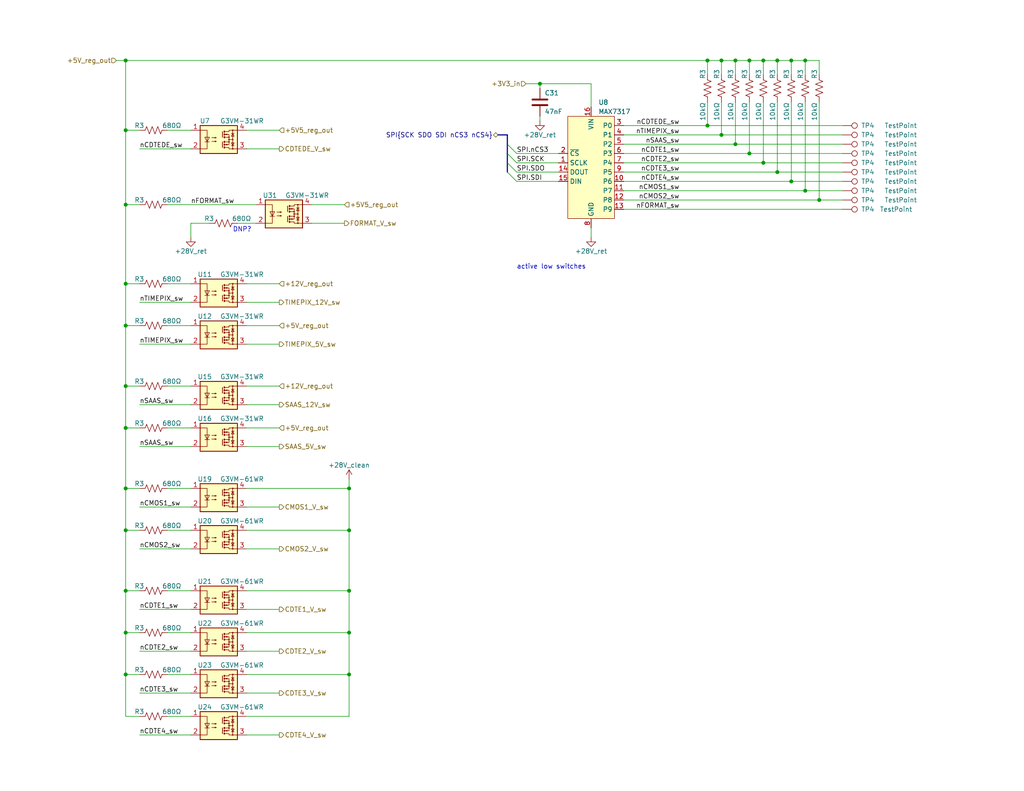
<source format=kicad_sch>
(kicad_sch (version 20230121) (generator eeschema)
  (paper "USLetter")
  (title_block (title "FOXSI-4 Power") (date "2023-05-31") (rev "2") (company "University of Minnesota"))
  (lib_symbols
    (symbol "Connector:TestPoint" (pin_numbers hide) (pin_names (offset 0.762) hide)
      (property "Reference" "TP" (at 0 6.858 0))
      (property "Value" "TestPoint" (at 0 5.08 0))
      (symbol "TestPoint_0_1"
        (circle (center 0 3.302) (radius 0.762))
      )
      (symbol "TestPoint_1_1"
        (pin passive line (at 0 0 90) (length 2.54) (name "1") (number "1"))
      )
    )
    (symbol "Device:C" (pin_numbers hide) (pin_names (offset 0.254))
      (property "Reference" "C" (at 0.635 2.54 0))
      (property "Value" "C" (at 0.635 -2.54 0))
      (symbol "C_0_1"
        (polyline (pts (xy -2.032 -0.762) (xy 2.032 -0.762)) (stroke (width 0.508)))
        (polyline (pts (xy -2.032 0.762) (xy 2.032 0.762)) (stroke (width 0.508)))
      )
      (symbol "C_1_1"
        (pin passive line (at 0 3.81 270) (length 2.794) (name "~") (number "1"))
        (pin passive line (at 0 -3.81 90) (length 2.794) (name "~") (number "2"))
      )
    )
    (symbol "Device:R_US" (pin_numbers hide) (pin_names (offset 0))
      (property "Reference" "R" (at 2.54 0 90))
      (property "Value" "R_US" (at -2.54 0 90))
      (symbol "R_US_0_1"
        (polyline (pts (xy 0 -2.286) (xy 0 -2.54)))
        (polyline (pts (xy 0 2.286) (xy 0 2.54)))
        (polyline (pts (xy 0 -0.762) (xy 1.016 -1.143) (xy 0 -1.524) (xy -1.016 -1.905) (xy 0 -2.286)))
        (polyline (pts (xy 0 0.762) (xy 1.016 0.381) (xy 0 0) (xy -1.016 -0.381) (xy 0 -0.762)))
        (polyline (pts (xy 0 2.286) (xy 1.016 1.905) (xy 0 1.524) (xy -1.016 1.143) (xy 0 0.762)))
      )
      (symbol "R_US_1_1"
        (pin passive line (at 0 3.81 270) (length 1.27) (name "~") (number "1"))
        (pin passive line (at 0 -3.81 90) (length 1.27) (name "~") (number "2"))
      )
    )
    (symbol "Interface_Expansion:MAX7317AEE"
      (property "Reference" "U" (at 2.54 15.24 0))
      (property "Value" "MAX7317" (at 0 0 0))
      (symbol "MAX7317AEE_1_1"
        (rectangle (start -6.35 13.97) (end 6.35 -13.97) (fill (type background)))
        (pin passive line (at -8.89 1.27 0) (length 2.54) (name "SCLK") (number "1"))
        (pin passive line (at 8.89 -3.81 180) (length 2.54) (name "P6") (number "10"))
        (pin passive line (at 8.89 -6.35 180) (length 2.54) (name "P7") (number "11"))
        (pin passive line (at 8.89 -8.89 180) (length 2.54) (name "P8") (number "12"))
        (pin passive line (at 8.89 -11.43 180) (length 2.54) (name "P9") (number "13"))
        (pin passive line (at -8.89 -1.27 0) (length 2.54) (name "DOUT") (number "14"))
        (pin passive line (at -8.89 -3.81 0) (length 2.54) (name "DIN") (number "15"))
        (pin passive line (at 0 16.51 270) (length 2.54) (name "VIN") (number "16"))
        (pin passive line (at -8.89 3.81 0) (length 2.54) (name "~{CS}") (number "2"))
        (pin passive line (at 8.89 11.43 180) (length 2.54) (name "P0") (number "3"))
        (pin passive line (at 8.89 8.89 180) (length 2.54) (name "P1") (number "4"))
        (pin passive line (at 8.89 6.35 180) (length 2.54) (name "P2") (number "5"))
        (pin passive line (at 8.89 3.81 180) (length 2.54) (name "P3") (number "6"))
        (pin passive line (at 8.89 1.27 180) (length 2.54) (name "P4") (number "7"))
        (pin passive line (at 0 -16.51 90) (length 2.54) (name "GND") (number "8"))
        (pin passive line (at 8.89 -1.27 180) (length 2.54) (name "P5") (number "9"))
      )
    )
    (symbol "Relay_SolidState:G3VM-X1WR"
      (property "Reference" "U" (at -5.08 5.08 0))
      (property "Value" "G3VM-X1WR" (at 0 5.08 0))
      (symbol "G3VM-X1WR_0_1"
        (rectangle (start -5.08 3.81) (end 5.08 -3.81) (stroke (width 0.254)) (fill (type background)))
        (polyline (pts (xy -3.81 -0.635) (xy -2.54 -0.635)))
        (polyline (pts (xy 1.016 -0.635) (xy 1.016 -2.159)) (stroke (width 0.2032)))
        (polyline (pts (xy 1.016 2.159) (xy 1.016 0.635)) (stroke (width 0.2032)))
        (polyline (pts (xy 1.524 -0.508) (xy 1.524 -0.762)) (stroke (width 0.3556)))
        (polyline (pts (xy 2.794 0) (xy 3.81 0)))
        (polyline (pts (xy 3.429 -1.651) (xy 4.191 -1.651)))
        (polyline (pts (xy 3.429 1.651) (xy 4.191 1.651)))
        (polyline (pts (xy 3.81 -2.54) (xy 3.81 2.54)))
        (polyline (pts (xy 1.524 -2.032) (xy 1.524 -2.286) (xy 1.524 -2.286)) (stroke (width 0.3556)))
        (polyline (pts (xy 1.524 -1.27) (xy 1.524 -1.524) (xy 1.524 -1.524)) (stroke (width 0.3556)))
        (polyline (pts (xy 1.524 0.762) (xy 1.524 0.508) (xy 1.524 0.508)) (stroke (width 0.3556)))
        (polyline (pts (xy 1.524 1.524) (xy 1.524 1.27) (xy 1.524 1.27)) (stroke (width 0.3556)))
        (polyline (pts (xy 1.524 2.286) (xy 1.524 2.032) (xy 1.524 2.032)) (stroke (width 0.3556)))
        (polyline (pts (xy 1.651 -1.397) (xy 2.794 -1.397) (xy 2.794 -0.635)))
        (polyline (pts (xy 1.651 1.397) (xy 2.794 1.397) (xy 2.794 0.635)))
        (polyline (pts (xy -5.08 2.54) (xy -3.175 2.54) (xy -3.175 -2.54) (xy -5.08 -2.54)))
        (polyline (pts (xy -3.175 -0.635) (xy -3.81 0.635) (xy -2.54 0.635) (xy -3.175 -0.635)))
        (polyline (pts (xy 1.651 -2.159) (xy 2.794 -2.159) (xy 2.794 -2.54) (xy 5.08 -2.54)))
        (polyline (pts (xy 1.651 -0.635) (xy 2.794 -0.635) (xy 2.794 0.635) (xy 1.651 0.635)))
        (polyline (pts (xy 1.651 2.159) (xy 2.794 2.159) (xy 2.794 2.54) (xy 5.08 2.54)))
        (polyline (pts (xy 1.778 -1.397) (xy 2.286 -1.27) (xy 2.286 -1.524) (xy 1.778 -1.397)))
        (polyline (pts (xy 1.778 1.397) (xy 2.286 1.524) (xy 2.286 1.27) (xy 1.778 1.397)))
        (polyline (pts (xy 3.81 -1.651) (xy 3.429 -0.889) (xy 4.191 -0.889) (xy 3.81 -1.651)))
        (polyline (pts (xy 3.81 1.651) (xy 3.429 0.889) (xy 4.191 0.889) (xy 3.81 1.651)))
        (polyline (pts (xy -1.905 -0.508) (xy -0.635 -0.508) (xy -1.016 -0.635) (xy -1.016 -0.381) (xy -0.635 -0.508)))
        (polyline (pts (xy -1.905 0.508) (xy -0.635 0.508) (xy -1.016 0.381) (xy -1.016 0.635) (xy -0.635 0.508)))
        (circle (center 2.794 -0.635) (radius 0.127))
        (circle (center 2.794 0) (radius 0.127))
        (circle (center 2.794 0.635) (radius 0.127))
        (circle (center 3.81 -2.54) (radius 0.127))
        (circle (center 3.81 0) (radius 0.127))
        (circle (center 3.81 2.54) (radius 0.127))
      )
      (symbol "G3VM-X1WR_1_1"
        (pin passive line (at -7.62 2.54 0) (length 2.54) (name "~") (number "1"))
        (pin passive line (at -7.62 -2.54 0) (length 2.54) (name "~") (number "2"))
        (pin passive line (at 7.62 -2.54 180) (length 2.54) (name "~") (number "3"))
        (pin passive line (at 7.62 2.54 180) (length 2.54) (name "~") (number "4"))
      )
    )
    (symbol "power:+28V_clean" (power) (pin_names (offset 0))
      (property "Value" "+28V_clean" (at 0 3.556 0))
      (symbol "+28V_clean_0_1"
        (polyline (pts (xy -0.762 1.27) (xy 0 2.54)))
        (polyline (pts (xy 0 0) (xy 0 2.54)))
        (polyline (pts (xy 0 2.54) (xy 0.762 1.27)))
      )
      (symbol "+28V_clean_1_1"
        (pin power_in line (at 0 0 90) (length 0) hide (name "+28V_clean") (number "1"))
      )
    )
    (symbol "power:+28V_ret" (power) (pin_names (offset 0))
      (property "Value" "+28V_ret" (at 0 -3.81 0))
      (symbol "+28V_ret_0_1"
        (polyline (pts (xy 0 0) (xy 0 -1.27) (xy 1.27 -1.27) (xy 0 -2.54) (xy -1.27 -1.27) (xy 0 -1.27)))
      )
      (symbol "+28V_ret_1_1"
        (pin power_in line (at 0 0 270) (length 0) hide (name "+28V_ret") (number "1"))
      )
    )
  )
  (junction (at 147.32 22.86))
  (junction (at 34.29 161.29))
  (junction (at 196.85 36.83))
  (junction (at 34.29 55.88))
  (junction (at 219.71 16.51))
  (junction (at 95.25 161.29))
  (junction (at 208.28 16.51))
  (junction (at 212.09 46.99))
  (junction (at 34.29 184.15))
  (junction (at 34.29 172.72))
  (junction (at 34.29 144.78))
  (junction (at 34.29 16.51))
  (junction (at 95.25 172.72))
  (junction (at 34.29 133.35))
  (junction (at 219.71 52.07))
  (junction (at 204.47 16.51))
  (junction (at 204.47 41.91))
  (junction (at 215.9 16.51))
  (junction (at 95.25 133.35))
  (junction (at 34.29 77.47))
  (junction (at 95.25 144.78))
  (junction (at 212.09 16.51))
  (junction (at 193.04 34.29))
  (junction (at 34.29 88.9))
  (junction (at 34.29 116.84))
  (junction (at 95.25 184.15))
  (junction (at 196.85 16.51))
  (junction (at 193.04 16.51))
  (junction (at 223.52 54.61))
  (junction (at 215.9 49.53))
  (junction (at 200.66 39.37))
  (junction (at 34.29 105.41))
  (junction (at 34.29 35.56))
  (junction (at 200.66 16.51))
  (junction (at 208.28 44.45))
  (bus_entry (at 138.43 39.37) (size 2.54 2.54))
  (bus_entry (at 138.43 44.45) (size 2.54 2.54))
  (bus_entry (at 138.43 46.99) (size 2.54 2.54))
  (bus_entry (at 138.43 41.91) (size 2.54 2.54))
  (wire (pts (xy 67.31 35.56) (xy 76.2 35.56)))
  (wire (pts (xy 34.29 35.56) (xy 38.1 35.56)))
  (wire (pts (xy 95.25 144.78) (xy 95.25 161.29)))
  (wire (pts (xy 34.29 144.78) (xy 38.1 144.78)))
  (wire (pts (xy 34.29 184.15) (xy 34.29 195.58)))
  (wire (pts (xy 95.25 130.81) (xy 95.25 133.35)))
  (wire (pts (xy 170.18 44.45) (xy 208.28 44.45)))
  (wire (pts (xy 147.32 22.86) (xy 147.32 24.13)))
  (wire (pts (xy 38.1 177.8) (xy 52.07 177.8)))
  (wire (pts (xy 45.72 55.88) (xy 69.85 55.88)))
  (wire (pts (xy 34.29 55.88) (xy 34.29 77.47)))
  (wire (pts (xy 95.25 184.15) (xy 95.25 195.58)))
  (wire (pts (xy 34.29 116.84) (xy 38.1 116.84)))
  (bus (pts (xy 138.43 41.91) (xy 138.43 39.37)))
  (wire (pts (xy 223.52 54.61) (xy 229.87 54.61)))
  (wire (pts (xy 223.52 27.94) (xy 223.52 54.61)))
  (wire (pts (xy 31.75 16.51) (xy 34.29 16.51)))
  (wire (pts (xy 38.1 200.66) (xy 52.07 200.66)))
  (wire (pts (xy 45.72 77.47) (xy 52.07 77.47)))
  (wire (pts (xy 170.18 52.07) (xy 219.71 52.07)))
  (wire (pts (xy 204.47 41.91) (xy 229.87 41.91)))
  (wire (pts (xy 34.29 172.72) (xy 38.1 172.72)))
  (wire (pts (xy 223.52 20.32) (xy 223.52 16.51)))
  (wire (pts (xy 34.29 184.15) (xy 38.1 184.15)))
  (wire (pts (xy 67.31 121.92) (xy 76.2 121.92)))
  (wire (pts (xy 34.29 116.84) (xy 34.29 133.35)))
  (wire (pts (xy 45.72 88.9) (xy 52.07 88.9)))
  (wire (pts (xy 34.29 88.9) (xy 38.1 88.9)))
  (wire (pts (xy 45.72 144.78) (xy 52.07 144.78)))
  (wire (pts (xy 204.47 27.94) (xy 204.47 41.91)))
  (wire (pts (xy 67.31 133.35) (xy 95.25 133.35)))
  (wire (pts (xy 67.31 93.98) (xy 76.2 93.98)))
  (wire (pts (xy 161.29 22.86) (xy 161.29 29.21)))
  (wire (pts (xy 140.97 44.45) (xy 152.4 44.45)))
  (wire (pts (xy 38.1 40.64) (xy 52.07 40.64)))
  (bus (pts (xy 138.43 46.99) (xy 138.43 44.45)))
  (wire (pts (xy 34.29 16.51) (xy 34.29 35.56)))
  (wire (pts (xy 215.9 27.94) (xy 215.9 49.53)))
  (wire (pts (xy 215.9 16.51) (xy 215.9 20.32)))
  (wire (pts (xy 67.31 166.37) (xy 76.2 166.37)))
  (wire (pts (xy 85.09 60.96) (xy 93.98 60.96)))
  (wire (pts (xy 208.28 27.94) (xy 208.28 44.45)))
  (wire (pts (xy 170.18 57.15) (xy 229.87 57.15)))
  (wire (pts (xy 204.47 16.51) (xy 200.66 16.51)))
  (wire (pts (xy 34.29 133.35) (xy 38.1 133.35)))
  (wire (pts (xy 34.29 172.72) (xy 34.29 184.15)))
  (wire (pts (xy 45.72 184.15) (xy 52.07 184.15)))
  (wire (pts (xy 223.52 16.51) (xy 219.71 16.51)))
  (wire (pts (xy 95.25 172.72) (xy 95.25 184.15)))
  (wire (pts (xy 212.09 46.99) (xy 229.87 46.99)))
  (wire (pts (xy 215.9 49.53) (xy 229.87 49.53)))
  (wire (pts (xy 161.29 62.23) (xy 161.29 64.77)))
  (wire (pts (xy 34.29 77.47) (xy 38.1 77.47)))
  (wire (pts (xy 200.66 16.51) (xy 200.66 20.32)))
  (wire (pts (xy 196.85 27.94) (xy 196.85 36.83)))
  (wire (pts (xy 34.29 161.29) (xy 34.29 172.72)))
  (wire (pts (xy 170.18 54.61) (xy 223.52 54.61)))
  (wire (pts (xy 219.71 52.07) (xy 229.87 52.07)))
  (wire (pts (xy 67.31 144.78) (xy 95.25 144.78)))
  (wire (pts (xy 204.47 16.51) (xy 204.47 20.32)))
  (wire (pts (xy 219.71 27.94) (xy 219.71 52.07)))
  (wire (pts (xy 170.18 49.53) (xy 215.9 49.53)))
  (wire (pts (xy 170.18 34.29) (xy 193.04 34.29)))
  (wire (pts (xy 45.72 195.58) (xy 52.07 195.58)))
  (wire (pts (xy 45.72 161.29) (xy 52.07 161.29)))
  (wire (pts (xy 219.71 16.51) (xy 215.9 16.51)))
  (wire (pts (xy 95.25 133.35) (xy 95.25 144.78)))
  (wire (pts (xy 34.29 195.58) (xy 38.1 195.58)))
  (wire (pts (xy 170.18 46.99) (xy 212.09 46.99)))
  (wire (pts (xy 147.32 31.75) (xy 147.32 33.02)))
  (wire (pts (xy 215.9 16.51) (xy 212.09 16.51)))
  (wire (pts (xy 34.29 144.78) (xy 34.29 161.29)))
  (wire (pts (xy 45.72 116.84) (xy 52.07 116.84)))
  (wire (pts (xy 34.29 35.56) (xy 34.29 55.88)))
  (wire (pts (xy 38.1 110.49) (xy 52.07 110.49)))
  (wire (pts (xy 212.09 16.51) (xy 208.28 16.51)))
  (wire (pts (xy 193.04 34.29) (xy 229.87 34.29)))
  (wire (pts (xy 34.29 105.41) (xy 34.29 116.84)))
  (wire (pts (xy 34.29 55.88) (xy 38.1 55.88)))
  (wire (pts (xy 67.31 105.41) (xy 76.2 105.41)))
  (wire (pts (xy 85.09 55.88) (xy 93.98 55.88)))
  (wire (pts (xy 38.1 189.23) (xy 52.07 189.23)))
  (wire (pts (xy 38.1 149.86) (xy 52.07 149.86)))
  (wire (pts (xy 196.85 36.83) (xy 229.87 36.83)))
  (wire (pts (xy 67.31 40.64) (xy 76.2 40.64)))
  (wire (pts (xy 200.66 27.94) (xy 200.66 39.37)))
  (wire (pts (xy 38.1 82.55) (xy 52.07 82.55)))
  (wire (pts (xy 45.72 172.72) (xy 52.07 172.72)))
  (wire (pts (xy 34.29 77.47) (xy 34.29 88.9)))
  (wire (pts (xy 45.72 35.56) (xy 52.07 35.56)))
  (wire (pts (xy 67.31 189.23) (xy 76.2 189.23)))
  (wire (pts (xy 208.28 44.45) (xy 229.87 44.45)))
  (wire (pts (xy 38.1 93.98) (xy 52.07 93.98)))
  (wire (pts (xy 219.71 16.51) (xy 219.71 20.32)))
  (wire (pts (xy 34.29 133.35) (xy 34.29 144.78)))
  (bus (pts (xy 135.89 36.83) (xy 138.43 36.83)))
  (wire (pts (xy 67.31 177.8) (xy 76.2 177.8)))
  (wire (pts (xy 200.66 39.37) (xy 229.87 39.37)))
  (wire (pts (xy 170.18 41.91) (xy 204.47 41.91)))
  (wire (pts (xy 140.97 46.99) (xy 152.4 46.99)))
  (wire (pts (xy 196.85 16.51) (xy 196.85 20.32)))
  (wire (pts (xy 34.29 88.9) (xy 34.29 105.41)))
  (wire (pts (xy 67.31 172.72) (xy 95.25 172.72)))
  (wire (pts (xy 170.18 36.83) (xy 196.85 36.83)))
  (wire (pts (xy 38.1 166.37) (xy 52.07 166.37)))
  (wire (pts (xy 147.32 22.86) (xy 161.29 22.86)))
  (bus (pts (xy 138.43 39.37) (xy 138.43 36.83)))
  (wire (pts (xy 34.29 16.51) (xy 193.04 16.51)))
  (wire (pts (xy 67.31 110.49) (xy 76.2 110.49)))
  (wire (pts (xy 193.04 16.51) (xy 193.04 20.32)))
  (wire (pts (xy 170.18 39.37) (xy 200.66 39.37)))
  (wire (pts (xy 57.15 60.96) (xy 52.07 60.96)))
  (wire (pts (xy 38.1 121.92) (xy 52.07 121.92)))
  (wire (pts (xy 67.31 138.43) (xy 76.2 138.43)))
  (wire (pts (xy 45.72 133.35) (xy 52.07 133.35)))
  (wire (pts (xy 67.31 184.15) (xy 95.25 184.15)))
  (wire (pts (xy 67.31 116.84) (xy 76.2 116.84)))
  (wire (pts (xy 140.97 41.91) (xy 152.4 41.91)))
  (wire (pts (xy 67.31 149.86) (xy 76.2 149.86)))
  (wire (pts (xy 67.31 77.47) (xy 76.2 77.47)))
  (wire (pts (xy 95.25 161.29) (xy 95.25 172.72)))
  (wire (pts (xy 212.09 16.51) (xy 212.09 20.32)))
  (wire (pts (xy 212.09 27.94) (xy 212.09 46.99)))
  (wire (pts (xy 193.04 27.94) (xy 193.04 34.29)))
  (wire (pts (xy 67.31 200.66) (xy 76.2 200.66)))
  (wire (pts (xy 140.97 49.53) (xy 152.4 49.53)))
  (wire (pts (xy 196.85 16.51) (xy 193.04 16.51)))
  (wire (pts (xy 38.1 138.43) (xy 52.07 138.43)))
  (wire (pts (xy 208.28 16.51) (xy 204.47 16.51)))
  (wire (pts (xy 67.31 88.9) (xy 76.2 88.9)))
  (bus (pts (xy 138.43 44.45) (xy 138.43 41.91)))
  (wire (pts (xy 143.51 22.86) (xy 147.32 22.86)))
  (wire (pts (xy 45.72 105.41) (xy 52.07 105.41)))
  (wire (pts (xy 67.31 161.29) (xy 95.25 161.29)))
  (wire (pts (xy 52.07 60.96) (xy 52.07 64.77)))
  (wire (pts (xy 200.66 16.51) (xy 196.85 16.51)))
  (wire (pts (xy 67.31 195.58) (xy 95.25 195.58)))
  (wire (pts (xy 208.28 16.51) (xy 208.28 20.32)))
  (wire (pts (xy 67.31 82.55) (xy 76.2 82.55)))
  (wire (pts (xy 34.29 161.29) (xy 38.1 161.29)))
  (wire (pts (xy 64.77 60.96) (xy 69.85 60.96)))
  (wire (pts (xy 34.29 105.41) (xy 38.1 105.41)))
  (text "active low switches" (at 140.97 73.66 0) (effects (font (size 1.27 1.27)) (justify left bottom)))
  (text "DNP?" (at 63.5 63.5 0) (effects (font (size 1.27 1.27)) (justify left bottom)))
  (label "nSAAS_sw" (at 185.42 39.37 180))
  (label "SPI.SDO" (at 140.97 46.99 0))
  (label "nCDTEDE_sw" (at 38.1 40.64 0))
  (label "nCDTE4_sw" (at 38.1 200.66 0))
  (label "nTIMEPIX_sw" (at 185.42 36.83 180))
  (label "nSAAS_sw" (at 38.1 121.92 0))
  (label "nSAAS_sw" (at 38.1 110.49 0))
  (label "SPI.nCS3" (at 140.97 41.91 0))
  (label "nCDTE3_sw" (at 38.1 189.23 0))
  (label "nTIMEPIX_sw" (at 38.1 82.55 0))
  (label "nCDTE3_sw" (at 185.42 46.99 180))
  (label "nTIMEPIX_sw" (at 38.1 93.98 0))
  (label "nCDTEDE_sw" (at 185.42 34.29 180))
  (label "nCDTE1_sw" (at 38.1 166.37 0))
  (label "nCMOS1_sw" (at 185.42 52.07 180))
  (label "nFORMAT_sw" (at 52.07 55.88 0))
  (label "SPI.SCK" (at 140.97 44.45 0))
  (label "nCDTE4_sw" (at 185.42 49.53 180))
  (label "nCMOS2_sw" (at 185.42 54.61 180))
  (label "nCDTE2_sw" (at 185.42 44.45 180))
  (label "nCMOS2_sw" (at 38.1 149.86 0))
  (label "nCDTE2_sw" (at 38.1 177.8 0))
  (label "nCDTE1_sw" (at 185.42 41.91 180))
  (label "nFORMAT_sw" (at 185.42 57.15 180))
  (label "nCMOS1_sw" (at 38.1 138.43 0))
  (label "SPI.SDI" (at 140.97 49.53 0))
  (hierarchical_label "+5V5_reg_out" (shape input) (at 76.2 35.56 0))
  (hierarchical_label "CMOS2_V_sw" (shape output) (at 76.2 149.86 0))
  (hierarchical_label "+5V5_reg_out" (shape input) (at 93.98 55.88 0))
  (hierarchical_label "TIMEPIX_12V_sw" (shape output) (at 76.2 82.55 0))
  (hierarchical_label "+12V_reg_out" (shape input) (at 76.2 105.41 0))
  (hierarchical_label "CMOS1_V_sw" (shape output) (at 76.2 138.43 0))
  (hierarchical_label "SPI{SCK SDO SDI nCS3 nCS4}" (shape bidirectional) (at 135.89 36.83 180))
  (hierarchical_label "+5V_reg_out" (shape input) (at 76.2 116.84 0))
  (hierarchical_label "CDTE2_V_sw" (shape output) (at 76.2 177.8 0))
  (hierarchical_label "+5V_reg_out" (shape input) (at 31.75 16.51 180))
  (hierarchical_label "CDTE4_V_sw" (shape output) (at 76.2 200.66 0))
  (hierarchical_label "CDTE3_V_sw" (shape output) (at 76.2 189.23 0))
  (hierarchical_label "+5V_reg_out" (shape input) (at 76.2 88.9 0))
  (hierarchical_label "TIMEPIX_5V_sw" (shape output) (at 76.2 93.98 0))
  (hierarchical_label "+12V_reg_out" (shape input) (at 76.2 77.47 0))
  (hierarchical_label "CDTE1_V_sw" (shape output) (at 76.2 166.37 0))
  (hierarchical_label "FORMAT_V_sw" (shape output) (at 93.98 60.96 0))
  (hierarchical_label "SAAS_12V_sw" (shape output) (at 76.2 110.49 0))
  (hierarchical_label "+3V3_in" (shape input) (at 143.51 22.86 180))
  (hierarchical_label "SAAS_5V_sw" (shape output) (at 76.2 121.92 0))
  (hierarchical_label "CDTEDE_V_sw" (shape output) (at 76.2 40.64 0))
  (symbol (lib_id "power:+28V_ret") (at 52.07 64.77 0) (unit 1)
    (property "Reference" "#PWR09" (effects hide))
    (property "Value" "+28V_ret" (at 52.07 68.58 0))
    (instances (project "power" (path "" (reference "#PWR09") (unit 1)) (path "" (reference "#PWR039") (unit 1))))
  )
  (symbol (lib_id "Connector:TestPoint") (at 229.87 39.37 270) (unit 1)
    (property "Reference" "TP4" (at 234.95 39.37 90) (effects (justify left)))
    (property "Value" "TestPoint" (at 241.3 39.37 90) (effects (justify left)))
    (property "Footprint" "TestPoint:TestPoint_THTPad_D1.5mm_Drill0.7mm" (effects hide))
    (instances (project "power" (path "" (reference "TP4") (unit 1)) (path "" (reference "TP16") (unit 1))))
  )
  (symbol (lib_id "Device:R_US") (at 41.91 144.78 90) (unit 1)
    (property "Reference" "R3" (at 39.37 143.51 90) (effects (justify left)))
    (property "Value" "680Ω" (at 49.53 143.51 90) (effects (justify left)))
    (property "Footprint" "Resistor_SMD:R_0603_1608Metric" (effects hide))
    (instances (project "power" (path "" (reference "R3") (unit 1)) (path "" (reference "R20") (unit 1))))
  )
  (symbol (lib_id "Device:C") (at 147.32 27.94 0) (unit 1)
    (property "Reference" "C31" (at 148.59 25.4 0) (effects (justify left)))
    (property "Value" "47nF" (at 148.59 30.48 0) (effects (justify left)))
    (property "Footprint" "Resistor_SMD:R_0603_1608Metric" (effects hide))
    (instances (project "power" (path "" (reference "C31") (unit 1)) (path "" (reference "C33") (unit 1)) (path "" (reference "C38") (unit 1))))
  )
  (symbol (lib_id "Device:R_US") (at 41.91 116.84 90) (unit 1)
    (property "Reference" "R3" (at 39.37 115.57 90) (effects (justify left)))
    (property "Value" "680Ω" (at 49.53 115.57 90) (effects (justify left)))
    (property "Footprint" "Resistor_SMD:R_0603_1608Metric" (effects hide))
    (instances (project "power" (path "" (reference "R3") (unit 1)) (path "" (reference "R18") (unit 1))))
  )
  (symbol (lib_id "Device:R_US") (at 60.96 60.96 90) (unit 1)
    (property "Reference" "R3" (at 58.42 59.69 90) (effects (justify left)))
    (property "Value" "680Ω" (at 68.58 59.69 90) (effects (justify left)))
    (property "Footprint" "Resistor_SMD:R_0603_1608Metric" (effects hide))
    (instances (project "power" (path "" (reference "R3") (unit 1)) (path "" (reference "R14") (unit 1))))
  )
  (symbol (lib_id "Device:R_US") (at 41.91 105.41 90) (unit 1)
    (property "Reference" "R3" (at 39.37 104.14 90) (effects (justify left)))
    (property "Value" "680Ω" (at 49.53 104.14 90) (effects (justify left)))
    (property "Footprint" "Resistor_SMD:R_0603_1608Metric" (effects hide))
    (instances (project "power" (path "" (reference "R3") (unit 1)) (path "" (reference "R17") (unit 1))))
  )
  (symbol (lib_id "Device:R_US") (at 41.91 184.15 90) (unit 1)
    (property "Reference" "R3" (at 39.37 182.88 90) (effects (justify left)))
    (property "Value" "680Ω" (at 49.53 182.88 90) (effects (justify left)))
    (property "Footprint" "Resistor_SMD:R_0603_1608Metric" (effects hide))
    (instances (project "power" (path "" (reference "R3") (unit 1)) (path "" (reference "R23") (unit 1))))
  )
  (symbol (lib_id "Connector:TestPoint") (at 229.87 36.83 270) (unit 1)
    (property "Reference" "TP4" (at 234.95 36.83 90) (effects (justify left)))
    (property "Value" "TestPoint" (at 241.3 36.83 90) (effects (justify left)))
    (property "Footprint" "TestPoint:TestPoint_THTPad_D1.5mm_Drill0.7mm" (effects hide))
    (instances (project "power" (path "" (reference "TP4") (unit 1)) (path "" (reference "TP15") (unit 1))))
  )
  (symbol (lib_id "Device:R_US") (at 208.28 24.13 0) (unit 1)
    (property "Reference" "R3" (at 207.01 21.59 90) (effects (justify left)))
    (property "Value" "10kΩ" (at 207.01 33.02 90) (effects (justify left)))
    (property "Footprint" "Resistor_SMD:R_0603_1608Metric" (effects hide))
    (instances (project "power" (path "" (reference "R3") (unit 1)) (path "" (reference "R33") (unit 1))))
  )
  (symbol (lib_id "Relay_SolidState:G3VM-X1WR") (at 59.69 175.26 0) (unit 1)
    (property "Reference" "U22" (at 55.88 170.18 0))
    (property "Value" "G3VM-61WR" (at 66.04 170.18 0))
    (property "Footprint" "Package_DFN_QFN:LDFN-4_2.1x3.4mm" (effects hide))
    (property "Datasheet" "https://omronfs.omron.com/en_US/ecb/products/pdf/k334-e1.pdf" (effects hide))
    (property "Digikey" "39-G3VM-31WR(TR05)CT-ND" (effects hide))
  )
  (symbol (lib_id "Device:R_US") (at 41.91 55.88 90) (unit 1)
    (property "Reference" "R3" (at 39.37 54.61 90) (effects (justify left)))
    (property "Value" "680Ω" (at 49.53 54.61 90) (effects (justify left)))
    (property "Footprint" "Resistor_SMD:R_0603_1608Metric" (effects hide))
    (instances (project "power" (path "" (reference "R3") (unit 1)) (path "" (reference "R26") (unit 1))))
  )
  (symbol (lib_id "Device:R_US") (at 41.91 77.47 90) (unit 1)
    (property "Reference" "R3" (at 39.37 76.2 90) (effects (justify left)))
    (property "Value" "680Ω" (at 49.53 76.2 90) (effects (justify left)))
    (property "Footprint" "Resistor_SMD:R_0603_1608Metric" (effects hide))
    (instances (project "power" (path "" (reference "R3") (unit 1)) (path "" (reference "R15") (unit 1))))
  )
  (symbol (lib_id "Device:R_US") (at 41.91 195.58 90) (unit 1)
    (property "Reference" "R3" (at 39.37 194.31 90) (effects (justify left)))
    (property "Value" "680Ω" (at 49.53 194.31 90) (effects (justify left)))
    (property "Footprint" "Resistor_SMD:R_0603_1608Metric" (effects hide))
    (instances (project "power" (path "" (reference "R3") (unit 1)) (path "" (reference "R24") (unit 1))))
  )
  (symbol (lib_id "Relay_SolidState:G3VM-X1WR") (at 59.69 80.01 0) (unit 1)
    (property "Reference" "U11" (at 55.88 74.93 0))
    (property "Value" "G3VM-31WR" (at 66.04 74.93 0))
    (property "Footprint" "Package_DFN_QFN:LDFN-4_2.1x3.4mm" (effects hide))
    (property "Datasheet" "https://omronfs.omron.com/en_US/ecb/products/pdf/k334-e1.pdf" (effects hide))
    (property "Digikey" "39-G3VM-31WR(TR05)CT-ND" (effects hide))
  )
  (symbol (lib_id "Device:R_US") (at 212.09 24.13 0) (unit 1)
    (property "Reference" "R3" (at 210.82 21.59 90) (effects (justify left)))
    (property "Value" "10kΩ" (at 210.82 33.02 90) (effects (justify left)))
    (property "Footprint" "Resistor_SMD:R_0603_1608Metric" (effects hide))
    (instances (project "power" (path "" (reference "R3") (unit 1)) (path "" (reference "R34") (unit 1))))
  )
  (symbol (lib_id "Connector:TestPoint") (at 229.87 49.53 270) (unit 1)
    (property "Reference" "TP4" (at 234.95 49.53 90) (effects (justify left)))
    (property "Value" "TestPoint" (at 241.3 49.53 90) (effects (justify left)))
    (property "Footprint" "TestPoint:TestPoint_THTPad_D1.5mm_Drill0.7mm" (effects hide))
    (instances (project "power" (path "" (reference "TP4") (unit 1)) (path "" (reference "TP20") (unit 1))))
  )
  (symbol (lib_id "Connector:TestPoint") (at 229.87 34.29 270) (unit 1)
    (property "Reference" "TP4" (at 234.95 34.29 90) (effects (justify left)))
    (property "Value" "TestPoint" (at 241.3 34.29 90) (effects (justify left)))
    (property "Footprint" "TestPoint:TestPoint_THTPad_D1.5mm_Drill0.7mm" (effects hide))
    (instances (project "power" (path "" (reference "TP4") (unit 1)) (path "" (reference "TP14") (unit 1))))
  )
  (symbol (lib_id "Connector:TestPoint") (at 229.87 54.61 270) (unit 1)
    (property "Reference" "TP4" (at 234.95 54.61 90) (effects (justify left)))
    (property "Value" "TestPoint" (at 241.3 54.61 90) (effects (justify left)))
    (property "Footprint" "TestPoint:TestPoint_THTPad_D1.5mm_Drill0.7mm" (effects hide))
    (instances (project "power" (path "" (reference "TP4") (unit 1)) (path "" (reference "TP22") (unit 1))))
  )
  (symbol (lib_id "Relay_SolidState:G3VM-X1WR") (at 77.47 58.42 0) (unit 1)
    (property "Reference" "U31" (at 73.66 53.34 0))
    (property "Value" "G3VM-31WR" (at 83.82 53.34 0))
    (property "Footprint" "Package_DFN_QFN:LDFN-4_2.1x3.4mm" (effects hide))
    (property "Datasheet" "https://omronfs.omron.com/en_US/ecb/products/pdf/k334-e1.pdf" (effects hide))
    (property "Digikey" "39-G3VM-31WR(TR05)CT-ND" (effects hide))
  )
  (symbol (lib_id "Connector:TestPoint") (at 229.87 57.15 270) (unit 1)
    (property "Reference" "TP4" (at 234.95 57.15 90) (effects (justify left)))
    (property "Value" "TestPoint" (at 240.03 57.15 90) (effects (justify left)))
    (property "Footprint" "TestPoint:TestPoint_THTPad_D1.5mm_Drill0.7mm" (effects hide))
    (instances (project "power" (path "" (reference "TP4") (unit 1)) (path "" (reference "TP8") (unit 1))))
  )
  (symbol (lib_id "Device:R_US") (at 223.52 24.13 0) (unit 1)
    (property "Reference" "R3" (at 222.25 21.59 90) (effects (justify left)))
    (property "Value" "10kΩ" (at 222.25 33.02 90) (effects (justify left)))
    (property "Footprint" "Resistor_SMD:R_0603_1608Metric" (effects hide))
    (instances (project "power" (path "" (reference "R3") (unit 1)) (path "" (reference "R37") (unit 1))))
  )
  (symbol (lib_id "Relay_SolidState:G3VM-X1WR") (at 59.69 91.44 0) (unit 1)
    (property "Reference" "U12" (at 55.88 86.36 0))
    (property "Value" "G3VM-31WR" (at 66.04 86.36 0))
    (property "Footprint" "Package_DFN_QFN:LDFN-4_2.1x3.4mm" (effects hide))
    (property "Datasheet" "https://omronfs.omron.com/en_US/ecb/products/pdf/k334-e1.pdf" (effects hide))
    (property "Digikey" "39-G3VM-31WR(TR05)CT-ND" (effects hide))
  )
  (symbol (lib_id "Connector:TestPoint") (at 229.87 46.99 270) (unit 1)
    (property "Reference" "TP4" (at 234.95 46.99 90) (effects (justify left)))
    (property "Value" "TestPoint" (at 241.3 46.99 90) (effects (justify left)))
    (property "Footprint" "TestPoint:TestPoint_THTPad_D1.5mm_Drill0.7mm" (effects hide))
    (instances (project "power" (path "" (reference "TP4") (unit 1)) (path "" (reference "TP19") (unit 1))))
  )
  (symbol (lib_id "power:+28V_ret") (at 161.29 64.77 0) (unit 1)
    (property "Reference" "#PWR09" (effects hide))
    (property "Value" "+28V_ret" (at 161.29 68.58 0))
    (instances (project "power" (path "" (reference "#PWR09") (unit 1)) (path "" (reference "#PWR025") (unit 1))))
  )
  (symbol (lib_id "Interface_Expansion:MAX7317AEE") (at 161.29 45.72 0) (unit 1)
    (property "Reference" "U8" (at 163.2459 27.94 0) (effects (justify left)))
    (property "Value" "MAX7317" (at 163.2459 30.48 0) (effects (justify left)))
    (property "Footprint" "Package_SO:QSOP-16_3.9x4.9mm_P0.635mm" (effects hide))
    (property "Datasheet" "https://www.analog.com/media/en/technical-documentation/data-sheets/MAX7317.pdf" (effects hide))
    (property "Digikey" "MAX7317AEE+TCT-ND" (effects hide))
  )
  (symbol (lib_id "Relay_SolidState:G3VM-X1WR") (at 59.69 147.32 0) (unit 1)
    (property "Reference" "U20" (at 55.88 142.24 0))
    (property "Value" "G3VM-61WR" (at 66.04 142.24 0))
    (property "Footprint" "Package_DFN_QFN:LDFN-4_2.1x3.4mm" (effects hide))
    (property "Datasheet" "https://omronfs.omron.com/en_US/ecb/products/pdf/k334-e1.pdf" (effects hide))
    (property "Digikey" "39-G3VM-31WR(TR05)CT-ND" (effects hide))
  )
  (symbol (lib_id "Device:R_US") (at 219.71 24.13 0) (unit 1)
    (property "Reference" "R3" (at 218.44 21.59 90) (effects (justify left)))
    (property "Value" "10kΩ" (at 218.44 33.02 90) (effects (justify left)))
    (property "Footprint" "Resistor_SMD:R_0603_1608Metric" (effects hide))
    (instances (project "power" (path "" (reference "R3") (unit 1)) (path "" (reference "R36") (unit 1))))
  )
  (symbol (lib_id "Device:R_US") (at 41.91 133.35 90) (unit 1)
    (property "Reference" "R3" (at 39.37 132.08 90) (effects (justify left)))
    (property "Value" "680Ω" (at 49.53 132.08 90) (effects (justify left)))
    (property "Footprint" "Resistor_SMD:R_0603_1608Metric" (effects hide))
    (instances (project "power" (path "" (reference "R3") (unit 1)) (path "" (reference "R19") (unit 1))))
  )
  (symbol (lib_id "Device:R_US") (at 41.91 172.72 90) (unit 1)
    (property "Reference" "R3" (at 39.37 171.45 90) (effects (justify left)))
    (property "Value" "680Ω" (at 49.53 171.45 90) (effects (justify left)))
    (property "Footprint" "Resistor_SMD:R_0603_1608Metric" (effects hide))
    (instances (project "power" (path "" (reference "R3") (unit 1)) (path "" (reference "R22") (unit 1))))
  )
  (symbol (lib_id "Relay_SolidState:G3VM-X1WR") (at 59.69 186.69 0) (unit 1)
    (property "Reference" "U23" (at 55.88 181.61 0))
    (property "Value" "G3VM-61WR" (at 66.04 181.61 0))
    (property "Footprint" "Package_DFN_QFN:LDFN-4_2.1x3.4mm" (effects hide))
    (property "Datasheet" "https://omronfs.omron.com/en_US/ecb/products/pdf/k334-e1.pdf" (effects hide))
    (property "Digikey" "39-G3VM-31WR(TR05)CT-ND" (effects hide))
  )
  (symbol (lib_id "Relay_SolidState:G3VM-X1WR") (at 59.69 163.83 0) (unit 1)
    (property "Reference" "U21" (at 55.88 158.75 0))
    (property "Value" "G3VM-61WR" (at 66.04 158.75 0))
    (property "Footprint" "Package_DFN_QFN:LDFN-4_2.1x3.4mm" (effects hide))
    (property "Datasheet" "https://omronfs.omron.com/en_US/ecb/products/pdf/k334-e1.pdf" (effects hide))
    (property "Digikey" "39-G3VM-31WR(TR05)CT-ND" (effects hide))
  )
  (symbol (lib_id "power:+28V_ret") (at 147.32 33.02 0) (unit 1)
    (property "Reference" "#PWR09" (effects hide))
    (property "Value" "+28V_ret" (at 147.32 36.83 0))
    (instances (project "power" (path "" (reference "#PWR09") (unit 1)) (path "" (reference "#PWR024") (unit 1))))
  )
  (symbol (lib_id "Device:R_US") (at 215.9 24.13 0) (unit 1)
    (property "Reference" "R3" (at 214.63 21.59 90) (effects (justify left)))
    (property "Value" "10kΩ" (at 214.63 33.02 90) (effects (justify left)))
    (property "Footprint" "Resistor_SMD:R_0603_1608Metric" (effects hide))
    (instances (project "power" (path "" (reference "R3") (unit 1)) (path "" (reference "R35") (unit 1))))
  )
  (symbol (lib_id "Relay_SolidState:G3VM-X1WR") (at 59.69 38.1 0) (unit 1)
    (property "Reference" "U7" (at 55.88 33.02 0))
    (property "Value" "G3VM-31WR" (at 66.04 33.02 0))
    (property "Footprint" "Package_DFN_QFN:LDFN-4_2.1x3.4mm" (effects hide))
    (property "Datasheet" "https://omronfs.omron.com/en_US/ecb/products/pdf/k334-e1.pdf" (effects hide))
    (property "Digikey" "39-G3VM-31WR(TR05)CT-ND" (effects hide))
  )
  (symbol (lib_id "Relay_SolidState:G3VM-X1WR") (at 59.69 107.95 0) (unit 1)
    (property "Reference" "U15" (at 55.88 102.87 0))
    (property "Value" "G3VM-31WR" (at 66.04 102.87 0))
    (property "Footprint" "Package_DFN_QFN:LDFN-4_2.1x3.4mm" (effects hide))
    (property "Datasheet" "https://omronfs.omron.com/en_US/ecb/products/pdf/k334-e1.pdf" (effects hide))
    (property "Digikey" "39-G3VM-31WR(TR05)CT-ND" (effects hide))
  )
  (symbol (lib_id "Connector:TestPoint") (at 229.87 44.45 270) (unit 1)
    (property "Reference" "TP4" (at 234.95 44.45 90) (effects (justify left)))
    (property "Value" "TestPoint" (at 241.3 44.45 90) (effects (justify left)))
    (property "Footprint" "TestPoint:TestPoint_THTPad_D1.5mm_Drill0.7mm" (effects hide))
    (instances (project "power" (path "" (reference "TP4") (unit 1)) (path "" (reference "TP18") (unit 1))))
  )
  (symbol (lib_id "Device:R_US") (at 41.91 88.9 90) (unit 1)
    (property "Reference" "R3" (at 39.37 87.63 90) (effects (justify left)))
    (property "Value" "680Ω" (at 49.53 87.63 90) (effects (justify left)))
    (property "Footprint" "Resistor_SMD:R_0603_1608Metric" (effects hide))
    (instances (project "power" (path "" (reference "R3") (unit 1)) (path "" (reference "R16") (unit 1))))
  )
  (symbol (lib_id "Connector:TestPoint") (at 229.87 52.07 270) (unit 1)
    (property "Reference" "TP4" (at 234.95 52.07 90) (effects (justify left)))
    (property "Value" "TestPoint" (at 241.3 52.07 90) (effects (justify left)))
    (property "Footprint" "TestPoint:TestPoint_THTPad_D1.5mm_Drill0.7mm" (effects hide))
    (instances (project "power" (path "" (reference "TP4") (unit 1)) (path "" (reference "TP21") (unit 1))))
  )
  (symbol (lib_id "Connector:TestPoint") (at 229.87 41.91 270) (unit 1)
    (property "Reference" "TP4" (at 234.95 41.91 90) (effects (justify left)))
    (property "Value" "TestPoint" (at 241.3 41.91 90) (effects (justify left)))
    (property "Footprint" "TestPoint:TestPoint_THTPad_D1.5mm_Drill0.7mm" (effects hide))
    (instances (project "power" (path "" (reference "TP4") (unit 1)) (path "" (reference "TP17") (unit 1))))
  )
  (symbol (lib_id "Device:R_US") (at 204.47 24.13 0) (unit 1)
    (property "Reference" "R3" (at 203.2 21.59 90) (effects (justify left)))
    (property "Value" "10kΩ" (at 203.2 33.02 90) (effects (justify left)))
    (property "Footprint" "Resistor_SMD:R_0603_1608Metric" (effects hide))
    (instances (project "power" (path "" (reference "R3") (unit 1)) (path "" (reference "R32") (unit 1))))
  )
  (symbol (lib_id "Device:R_US") (at 193.04 24.13 0) (unit 1)
    (property "Reference" "R3" (at 191.77 21.59 90) (effects (justify left)))
    (property "Value" "10kΩ" (at 191.77 33.02 90) (effects (justify left)))
    (property "Footprint" "Resistor_SMD:R_0603_1608Metric" (effects hide))
    (instances (project "power" (path "" (reference "R3") (unit 1)) (path "" (reference "R29") (unit 1))))
  )
  (symbol (lib_id "Device:R_US") (at 41.91 35.56 90) (unit 1)
    (property "Reference" "R3" (at 39.37 34.29 90) (effects (justify left)))
    (property "Value" "680Ω" (at 49.53 34.29 90) (effects (justify left)))
    (property "Footprint" "Resistor_SMD:R_0603_1608Metric" (effects hide))
    (instances (project "power" (path "" (reference "R3") (unit 1)) (path "" (reference "R13") (unit 1))))
  )
  (symbol (lib_id "Relay_SolidState:G3VM-X1WR") (at 59.69 198.12 0) (unit 1)
    (property "Reference" "U24" (at 55.88 193.04 0))
    (property "Value" "G3VM-61WR" (at 66.04 193.04 0))
    (property "Footprint" "Package_DFN_QFN:LDFN-4_2.1x3.4mm" (effects hide))
    (property "Datasheet" "https://omronfs.omron.com/en_US/ecb/products/pdf/k334-e1.pdf" (effects hide))
    (property "Digikey" "39-G3VM-31WR(TR05)CT-ND" (effects hide))
  )
  (symbol (lib_id "Relay_SolidState:G3VM-X1WR") (at 59.69 119.38 0) (unit 1)
    (property "Reference" "U16" (at 55.88 114.3 0))
    (property "Value" "G3VM-31WR" (at 66.04 114.3 0))
    (property "Footprint" "Package_DFN_QFN:LDFN-4_2.1x3.4mm" (effects hide))
    (property "Datasheet" "https://omronfs.omron.com/en_US/ecb/products/pdf/k334-e1.pdf" (effects hide))
    (property "Digikey" "39-G3VM-31WR(TR05)CT-ND" (effects hide))
  )
  (symbol (lib_id "Device:R_US") (at 41.91 161.29 90) (unit 1)
    (property "Reference" "R3" (at 39.37 160.02 90) (effects (justify left)))
    (property "Value" "680Ω" (at 49.53 160.02 90) (effects (justify left)))
    (property "Footprint" "Resistor_SMD:R_0603_1608Metric" (effects hide))
    (instances (project "power" (path "" (reference "R3") (unit 1)) (path "" (reference "R21") (unit 1))))
  )
  (symbol (lib_id "Relay_SolidState:G3VM-X1WR") (at 59.69 135.89 0) (unit 1)
    (property "Reference" "U19" (at 55.88 130.81 0))
    (property "Value" "G3VM-61WR" (at 66.04 130.81 0))
    (property "Footprint" "Package_DFN_QFN:LDFN-4_2.1x3.4mm" (effects hide))
    (property "Datasheet" "https://omronfs.omron.com/en_US/ecb/products/pdf/k334-e1.pdf" (effects hide))
    (property "Digikey" "39-G3VM-31WR(TR05)CT-ND" (effects hide))
  )
  (symbol (lib_id "Device:R_US") (at 200.66 24.13 0) (unit 1)
    (property "Reference" "R3" (at 199.39 21.59 90) (effects (justify left)))
    (property "Value" "10kΩ" (at 199.39 33.02 90) (effects (justify left)))
    (property "Footprint" "Resistor_SMD:R_0603_1608Metric" (effects hide))
    (instances (project "power" (path "" (reference "R3") (unit 1)) (path "" (reference "R31") (unit 1))))
  )
  (symbol (lib_id "Device:R_US") (at 196.85 24.13 0) (unit 1)
    (property "Reference" "R3" (at 195.58 21.59 90) (effects (justify left)))
    (property "Value" "10kΩ" (at 195.58 33.02 90) (effects (justify left)))
    (property "Footprint" "Resistor_SMD:R_0603_1608Metric" (effects hide))
    (instances (project "power" (path "" (reference "R3") (unit 1)) (path "" (reference "R30") (unit 1))))
  )
  (symbol (lib_id "power:+28V_clean") (at 95.25 130.81 0) (unit 1)
    (property "Reference" "#PWR06" (effects hide))
    (property "Value" "+28V_clean" (at 95.25 127 0))
    (instances (project "power" (path "" (reference "#PWR06") (unit 1)) (path "" (reference "#PWR037") (unit 1))))
  )
)
</source>
